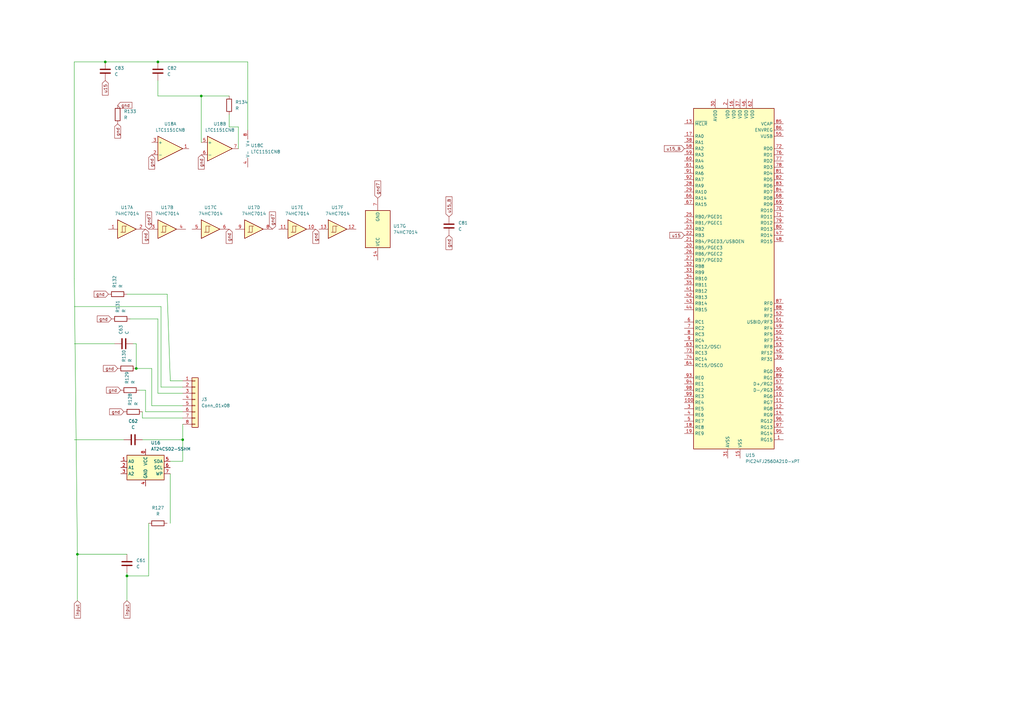
<source format=kicad_sch>
(kicad_sch (version 20231120) (generator "eeschema") (generator_version "8.0")
  (paper "A3")
  (lib_symbols
    (symbol "74xx:74HC7014"
      (property "Reference" "U" (at 0 1.27 0))
      (property "Value" "74HC7014" (at 0 -1.27 0))
      (symbol "74HC7014_1_1"
        (polyline (pts (xy -1.905 -1.27) (xy -1.905 1.27) (xy -0.635 1.27)))
        (polyline (pts (xy -3.81 3.81) (xy -3.81 -3.81) (xy 3.81 0) (xy -3.81 3.81)) (stroke (width 0.254)) (fill (type background)))
        (polyline (pts (xy -2.54 -1.27) (xy -0.635 -1.27) (xy -0.635 1.27) (xy 0 1.27)))
        (pin input line (at -7.62 0 0) (length 3.81) (name "~") (number "1"))
        (pin output line (at 7.62 0 180) (length 3.81) (name "~") (number "2"))
      )
      (symbol "74HC7014_2_1"
        (polyline (pts (xy -1.905 -1.27) (xy -1.905 1.27) (xy -0.635 1.27)))
        (polyline (pts (xy -3.81 3.81) (xy -3.81 -3.81) (xy 3.81 0) (xy -3.81 3.81)) (stroke (width 0.254)) (fill (type background)))
        (polyline (pts (xy -2.54 -1.27) (xy -0.635 -1.27) (xy -0.635 1.27) (xy 0 1.27)))
        (pin input line (at -7.62 0 0) (length 3.81) (name "~") (number "3"))
        (pin output line (at 7.62 0 180) (length 3.81) (name "~") (number "4"))
      )
      (symbol "74HC7014_3_1"
        (polyline (pts (xy -1.905 -1.27) (xy -1.905 1.27) (xy -0.635 1.27)))
        (polyline (pts (xy -3.81 3.81) (xy -3.81 -3.81) (xy 3.81 0) (xy -3.81 3.81)) (stroke (width 0.254)) (fill (type background)))
        (polyline (pts (xy -2.54 -1.27) (xy -0.635 -1.27) (xy -0.635 1.27) (xy 0 1.27)))
        (pin input line (at -7.62 0 0) (length 3.81) (name "~") (number "5"))
        (pin output line (at 7.62 0 180) (length 3.81) (name "~") (number "6"))
      )
      (symbol "74HC7014_4_1"
        (polyline (pts (xy -1.905 -1.27) (xy -1.905 1.27) (xy -0.635 1.27)))
        (polyline (pts (xy -3.81 3.81) (xy -3.81 -3.81) (xy 3.81 0) (xy -3.81 3.81)) (stroke (width 0.254)) (fill (type background)))
        (polyline (pts (xy -2.54 -1.27) (xy -0.635 -1.27) (xy -0.635 1.27) (xy 0 1.27)))
        (pin output line (at 7.62 0 180) (length 3.81) (name "~") (number "8"))
        (pin input line (at -7.62 0 0) (length 3.81) (name "~") (number "9"))
      )
      (symbol "74HC7014_5_1"
        (polyline (pts (xy -1.905 -1.27) (xy -1.905 1.27) (xy -0.635 1.27)))
        (polyline (pts (xy -3.81 3.81) (xy -3.81 -3.81) (xy 3.81 0) (xy -3.81 3.81)) (stroke (width 0.254)) (fill (type background)))
        (polyline (pts (xy -2.54 -1.27) (xy -0.635 -1.27) (xy -0.635 1.27) (xy 0 1.27)))
        (pin output line (at 7.62 0 180) (length 3.81) (name "~") (number "10"))
        (pin input line (at -7.62 0 0) (length 3.81) (name "~") (number "11"))
      )
      (symbol "74HC7014_6_1"
        (polyline (pts (xy -1.905 -1.27) (xy -1.905 1.27) (xy -0.635 1.27)))
        (polyline (pts (xy -3.81 3.81) (xy -3.81 -3.81) (xy 3.81 0) (xy -3.81 3.81)) (stroke (width 0.254)) (fill (type background)))
        (polyline (pts (xy -2.54 -1.27) (xy -0.635 -1.27) (xy -0.635 1.27) (xy 0 1.27)))
        (pin output line (at 7.62 0 180) (length 3.81) (name "~") (number "12"))
        (pin input line (at -7.62 0 0) (length 3.81) (name "~") (number "13"))
      )
      (symbol "74HC7014_7_1"
        (rectangle (start -5.08 7.62) (end 5.08 -7.62) (stroke (width 0.254)) (fill (type background)))
        (pin power_in line (at 0 12.7 270) (length 5.08) (name "VCC") (number "14"))
        (pin power_in line (at 0 -12.7 90) (length 5.08) (name "GND") (number "7"))
      )
    )
    (symbol "Amplifier_Operational:LTC1151CN8" (pin_names (offset 0.127))
      (property "Reference" "U" (at 5.08 7.62 0))
      (property "Value" "LTC1151CN8" (at 5.08 5.08 0))
      (symbol "LTC1151CN8_1_1"
        (polyline (pts (xy -5.08 5.08) (xy -5.08 -5.08) (xy 5.08 0) (xy -5.08 5.08)) (stroke (width 0.254)) (fill (type background)))
        (pin output line (at 7.62 0 180) (length 2.54) (name "~") (number "1"))
        (pin input line (at -7.62 -2.54 0) (length 2.54) (name "-") (number "2"))
        (pin input line (at -7.62 2.54 0) (length 2.54) (name "+") (number "3"))
      )
      (symbol "LTC1151CN8_2_1"
        (polyline (pts (xy -5.08 5.08) (xy -5.08 -5.08) (xy 5.08 0) (xy -5.08 5.08)) (stroke (width 0.254)) (fill (type background)))
        (pin input line (at -7.62 2.54 0) (length 2.54) (name "+") (number "5"))
        (pin input line (at -7.62 -2.54 0) (length 2.54) (name "-") (number "6"))
        (pin output line (at 7.62 0 180) (length 2.54) (name "~") (number "7"))
      )
      (symbol "LTC1151CN8_3_1"
        (pin power_in line (at -2.54 -7.62 90) (length 3.81) (name "V-") (number "4"))
        (pin power_in line (at -2.54 7.62 270) (length 3.81) (name "V+") (number "8"))
      )
    )
    (symbol "Connector_Generic:Conn_01x08" (pin_names (offset 1.016) hide)
      (property "Reference" "J" (at 0 10.16 0))
      (property "Value" "Conn_01x08" (at 0 -12.7 0))
      (symbol "Conn_01x08_1_1"
        (rectangle (start -1.27 -10.033) (end 0 -10.287) (stroke (width 0.1524)))
        (rectangle (start -1.27 -7.493) (end 0 -7.747) (stroke (width 0.1524)))
        (rectangle (start -1.27 -4.953) (end 0 -5.207) (stroke (width 0.1524)))
        (rectangle (start -1.27 -2.413) (end 0 -2.667) (stroke (width 0.1524)))
        (rectangle (start -1.27 0.127) (end 0 -0.127) (stroke (width 0.1524)))
        (rectangle (start -1.27 2.667) (end 0 2.413) (stroke (width 0.1524)))
        (rectangle (start -1.27 5.207) (end 0 4.953) (stroke (width 0.1524)))
        (rectangle (start -1.27 7.747) (end 0 7.493) (stroke (width 0.1524)))
        (rectangle (start -1.27 8.89) (end 1.27 -11.43) (stroke (width 0.254)) (fill (type background)))
        (pin passive line (at -5.08 7.62 0) (length 3.81) (name "Pin_1") (number "1"))
        (pin passive line (at -5.08 5.08 0) (length 3.81) (name "Pin_2") (number "2"))
        (pin passive line (at -5.08 2.54 0) (length 3.81) (name "Pin_3") (number "3"))
        (pin passive line (at -5.08 0 0) (length 3.81) (name "Pin_4") (number "4"))
        (pin passive line (at -5.08 -2.54 0) (length 3.81) (name "Pin_5") (number "5"))
        (pin passive line (at -5.08 -5.08 0) (length 3.81) (name "Pin_6") (number "6"))
        (pin passive line (at -5.08 -7.62 0) (length 3.81) (name "Pin_7") (number "7"))
        (pin passive line (at -5.08 -10.16 0) (length 3.81) (name "Pin_8") (number "8"))
      )
    )
    (symbol "Device:C" (pin_numbers hide) (pin_names (offset 0.254))
      (property "Reference" "C" (at 0.635 2.54 0))
      (property "Value" "C" (at 0.635 -2.54 0))
      (symbol "C_0_1"
        (polyline (pts (xy -2.032 -0.762) (xy 2.032 -0.762)) (stroke (width 0.508)))
        (polyline (pts (xy -2.032 0.762) (xy 2.032 0.762)) (stroke (width 0.508)))
      )
      (symbol "C_1_1"
        (pin passive line (at 0 3.81 270) (length 2.794) (name "~") (number "1"))
        (pin passive line (at 0 -3.81 90) (length 2.794) (name "~") (number "2"))
      )
    )
    (symbol "Device:R" (pin_numbers hide) (pin_names (offset 0))
      (property "Reference" "R" (at 2.032 0 90))
      (property "Value" "R" (at 0 0 90))
      (symbol "R_0_1"
        (rectangle (start -1.016 -2.54) (end 1.016 2.54) (stroke (width 0.254)))
      )
      (symbol "R_1_1"
        (pin passive line (at 0 3.81 270) (length 1.27) (name "~") (number "1"))
        (pin passive line (at 0 -3.81 90) (length 1.27) (name "~") (number "2"))
      )
    )
    (symbol "MCU_Microchip_PIC24:PIC24FJ256DA210-xPT"
      (property "Reference" "U" (at -16.51 71.12 0))
      (property "Value" "PIC24FJ256DA210-xPT" (at 8.89 71.12 0))
      (symbol "PIC24FJ256DA210-xPT_1_1"
        (rectangle (start -16.51 69.85) (end 16.51 -69.85) (stroke (width 0.254)) (fill (type background)))
        (pin bidirectional line (at 20.32 -66.04 180) (length 3.81) (name "RG15") (number "1"))
        (pin bidirectional line (at 20.32 -48.26 180) (length 3.81) (name "RG6") (number "10"))
        (pin bidirectional line (at -20.32 -50.8 0) (length 3.81) (name "RE4") (number "100"))
        (pin bidirectional line (at 20.32 -50.8 180) (length 3.81) (name "RG7") (number "11"))
        (pin bidirectional line (at 20.32 -53.34 180) (length 3.81) (name "RG8") (number "12"))
        (pin input line (at -20.32 63.5 0) (length 3.81) (name "~{MCLR}") (number "13"))
        (pin bidirectional line (at 20.32 -55.88 180) (length 3.81) (name "RG9") (number "14"))
        (pin power_in line (at 2.54 -73.66 90) (length 3.81) (name "VSS") (number "15"))
        (pin power_in line (at 0 73.66 270) (length 3.81) (name "VDD") (number "16"))
        (pin bidirectional line (at -20.32 58.42 0) (length 3.81) (name "RA0") (number "17"))
        (pin bidirectional line (at -20.32 -60.96 0) (length 3.81) (name "RE8") (number "18"))
        (pin bidirectional line (at -20.32 -63.5 0) (length 3.81) (name "RE9") (number "19"))
        (pin power_in line (at -2.54 73.66 270) (length 3.81) (name "VDD") (number "2"))
        (pin bidirectional line (at -20.32 12.7 0) (length 3.81) (name "RB5/PGEC3") (number "20"))
        (pin bidirectional line (at -20.32 15.24 0) (length 3.81) (name "RB4/PGED3/USBOEN") (number "21"))
        (pin bidirectional line (at -20.32 17.78 0) (length 3.81) (name "RB3") (number "22"))
        (pin bidirectional line (at -20.32 20.32 0) (length 3.81) (name "RB2") (number "23"))
        (pin bidirectional line (at -20.32 22.86 0) (length 3.81) (name "RB1/PGEC1") (number "24"))
        (pin bidirectional line (at -20.32 25.4 0) (length 3.81) (name "RB0/PGED1") (number "25"))
        (pin bidirectional line (at -20.32 10.16 0) (length 3.81) (name "RB6/PGEC2") (number "26"))
        (pin bidirectional line (at -20.32 7.62 0) (length 3.81) (name "RB7/PGED2") (number "27"))
        (pin bidirectional line (at -20.32 38.1 0) (length 3.81) (name "RA9") (number "28"))
        (pin bidirectional line (at -20.32 35.56 0) (length 3.81) (name "RA10") (number "29"))
        (pin bidirectional line (at -20.32 -53.34 0) (length 3.81) (name "RE5") (number "3"))
        (pin power_in line (at -7.62 73.66 270) (length 3.81) (name "AVDD") (number "30"))
        (pin power_in line (at -2.54 -73.66 90) (length 3.81) (name "AVSS") (number "31"))
        (pin bidirectional line (at -20.32 5.08 0) (length 3.81) (name "RB8") (number "32"))
        (pin bidirectional line (at -20.32 2.54 0) (length 3.81) (name "RB9") (number "33"))
        (pin bidirectional line (at -20.32 0 0) (length 3.81) (name "RB10") (number "34"))
        (pin bidirectional line (at -20.32 -2.54 0) (length 3.81) (name "RB11") (number "35"))
        (pin passive line (at 2.54 -73.66 90) (length 3.81) hide (name "VSS") (number "36"))
        (pin power_in line (at 2.54 73.66 270) (length 3.81) (name "VDD") (number "37"))
        (pin bidirectional line (at -20.32 55.88 0) (length 3.81) (name "RA1") (number "38"))
        (pin bidirectional line (at 20.32 -33.02 180) (length 3.81) (name "RF31") (number "39"))
        (pin bidirectional line (at -20.32 -55.88 0) (length 3.81) (name "RE6") (number "4"))
        (pin bidirectional line (at 20.32 -30.48 180) (length 3.81) (name "RF12") (number "40"))
        (pin bidirectional line (at -20.32 -5.08 0) (length 3.81) (name "RB12") (number "41"))
        (pin bidirectional line (at -20.32 -7.62 0) (length 3.81) (name "RB13") (number "42"))
        (pin bidirectional line (at -20.32 -10.16 0) (length 3.81) (name "RB14") (number "43"))
        (pin bidirectional line (at -20.32 -12.7 0) (length 3.81) (name "RB15") (number "44"))
        (pin passive line (at 2.54 -73.66 90) (length 3.81) hide (name "VSS") (number "45"))
        (pin power_in line (at 5.08 73.66 270) (length 3.81) (name "VDD") (number "46"))
        (pin bidirectional line (at 20.32 17.78 180) (length 3.81) (name "RD14") (number "47"))
        (pin bidirectional line (at 20.32 15.24 180) (length 3.81) (name "RD15") (number "48"))
        (pin bidirectional line (at 20.32 -20.32 180) (length 3.81) (name "RF4") (number "49"))
        (pin bidirectional line (at -20.32 -58.42 0) (length 3.81) (name "RE7") (number "5"))
        (pin bidirectional line (at 20.32 -22.86 180) (length 3.81) (name "RF5") (number "50"))
        (pin bidirectional line (at 20.32 -17.78 180) (length 3.81) (name "USBID/RF3") (number "51"))
        (pin bidirectional line (at 20.32 -15.24 180) (length 3.81) (name "RF2") (number "52"))
        (pin bidirectional line (at 20.32 -27.94 180) (length 3.81) (name "RF8") (number "53"))
        (pin bidirectional line (at 20.32 -25.4 180) (length 3.81) (name "RF7") (number "54"))
        (pin bidirectional line (at 20.32 58.42 180) (length 3.81) (name "VUSB") (number "55"))
        (pin bidirectional line (at 20.32 -45.72 180) (length 3.81) (name "D-/RG3") (number "56"))
        (pin bidirectional line (at 20.32 -43.18 180) (length 3.81) (name "D+/RG2") (number "57"))
        (pin bidirectional line (at -20.32 53.34 0) (length 3.81) (name "RA2") (number "58"))
        (pin bidirectional line (at -20.32 50.8 0) (length 3.81) (name "RA3") (number "59"))
        (pin bidirectional line (at -20.32 -17.78 0) (length 3.81) (name "RC1") (number "6"))
        (pin bidirectional line (at -20.32 48.26 0) (length 3.81) (name "RA4") (number "60"))
        (pin bidirectional line (at -20.32 45.72 0) (length 3.81) (name "RA5") (number "61"))
        (pin power_in line (at 7.62 73.66 270) (length 3.81) (name "VDD") (number "62"))
        (pin bidirectional line (at -20.32 -27.94 0) (length 3.81) (name "RC12/OSCI") (number "63"))
        (pin bidirectional line (at -20.32 -35.56 0) (length 3.81) (name "RC15/OSCO") (number "64"))
        (pin passive line (at 2.54 -73.66 90) (length 3.81) hide (name "VSS") (number "65"))
        (pin bidirectional line (at -20.32 33.02 0) (length 3.81) (name "RA14") (number "66"))
        (pin bidirectional line (at -20.32 30.48 0) (length 3.81) (name "RA15") (number "67"))
        (pin bidirectional line (at 20.32 33.02 180) (length 3.81) (name "RD8") (number "68"))
        (pin bidirectional line (at 20.32 30.48 180) (length 3.81) (name "RD9") (number "69"))
        (pin bidirectional line (at -20.32 -20.32 0) (length 3.81) (name "RC2") (number "7"))
        (pin bidirectional line (at 20.32 27.94 180) (length 3.81) (name "RD10") (number "70"))
        (pin bidirectional line (at 20.32 25.4 180) (length 3.81) (name "RD11") (number "71"))
        (pin bidirectional line (at 20.32 53.34 180) (length 3.81) (name "RD0") (number "72"))
        (pin bidirectional line (at -20.32 -30.48 0) (length 3.81) (name "RC13") (number "73"))
        (pin bidirectional line (at -20.32 -33.02 0) (length 3.81) (name "RC14") (number "74"))
        (pin passive line (at 2.54 -73.66 90) (length 3.81) hide (name "VSS") (number "75"))
        (pin bidirectional line (at 20.32 50.8 180) (length 3.81) (name "RD1") (number "76"))
        (pin bidirectional line (at 20.32 48.26 180) (length 3.81) (name "RD2") (number "77"))
        (pin bidirectional line (at 20.32 45.72 180) (length 3.81) (name "RD3") (number "78"))
        (pin bidirectional line (at 20.32 22.86 180) (length 3.81) (name "RD12") (number "79"))
        (pin bidirectional line (at -20.32 -22.86 0) (length 3.81) (name "RC3") (number "8"))
        (pin bidirectional line (at 20.32 20.32 180) (length 3.81) (name "RD13") (number "80"))
        (pin bidirectional line (at 20.32 43.18 180) (length 3.81) (name "RD4") (number "81"))
        (pin bidirectional line (at 20.32 40.64 180) (length 3.81) (name "RD5") (number "82"))
        (pin bidirectional line (at 20.32 38.1 180) (length 3.81) (name "RD6") (number "83"))
        (pin bidirectional line (at 20.32 35.56 180) (length 3.81) (name "RD7") (number "84"))
        (pin passive line (at 20.32 63.5 180) (length 3.81) (name "VCAP") (number "85"))
        (pin input line (at 20.32 60.96 180) (length 3.81) (name "ENVREG") (number "86"))
        (pin bidirectional line (at 20.32 -10.16 180) (length 3.81) (name "RF0") (number "87"))
        (pin bidirectional line (at 20.32 -12.7 180) (length 3.81) (name "RF1") (number "88"))
        (pin bidirectional line (at 20.32 -40.64 180) (length 3.81) (name "RG1") (number "89"))
        (pin bidirectional line (at -20.32 -25.4 0) (length 3.81) (name "RC4") (number "9"))
        (pin bidirectional line (at 20.32 -38.1 180) (length 3.81) (name "RG0") (number "90"))
        (pin bidirectional line (at -20.32 43.18 0) (length 3.81) (name "RA6") (number "91"))
        (pin bidirectional line (at -20.32 40.64 0) (length 3.81) (name "RA7") (number "92"))
        (pin bidirectional line (at -20.32 -40.64 0) (length 3.81) (name "RE0") (number "93"))
        (pin bidirectional line (at -20.32 -43.18 0) (length 3.81) (name "RE1") (number "94"))
        (pin bidirectional line (at 20.32 -63.5 180) (length 3.81) (name "RG14") (number "95"))
        (pin bidirectional line (at 20.32 -58.42 180) (length 3.81) (name "RG12") (number "96"))
        (pin bidirectional line (at 20.32 -60.96 180) (length 3.81) (name "RG13") (number "97"))
        (pin bidirectional line (at -20.32 -45.72 0) (length 3.81) (name "RE2") (number "98"))
        (pin bidirectional line (at -20.32 -48.26 0) (length 3.81) (name "RE3") (number "99"))
      )
    )
    (symbol "Memory_EEPROM:AT24CS02-SSHM"
      (property "Reference" "U" (at -7.62 6.35 0))
      (property "Value" "AT24CS02-SSHM" (at 2.54 -6.35 0))
      (symbol "AT24CS02-SSHM_1_1"
        (rectangle (start -7.62 5.08) (end 7.62 -5.08) (stroke (width 0.254)) (fill (type background)))
        (pin input line (at -10.16 2.54 0) (length 2.54) (name "A0") (number "1"))
        (pin input line (at -10.16 0 0) (length 2.54) (name "A1") (number "2"))
        (pin input line (at -10.16 -2.54 0) (length 2.54) (name "A2") (number "3"))
        (pin power_in line (at 0 -7.62 90) (length 2.54) (name "GND") (number "4"))
        (pin bidirectional line (at 10.16 2.54 180) (length 2.54) (name "SDA") (number "5"))
        (pin input line (at 10.16 0 180) (length 2.54) (name "SCL") (number "6"))
        (pin input line (at 10.16 -2.54 180) (length 2.54) (name "WP") (number "7"))
        (pin power_in line (at 0 7.62 270) (length 2.54) (name "VCC") (number "8"))
      )
    )
  )
  (junction (at 43.18 25.4))
  (junction (at 31.75 227.33))
  (junction (at 55.88 151.13))
  (junction (at 82.55 39.37))
  (junction (at 64.77 25.4))
  (junction (at 52.07 236.22))
  (junction (at 74.93 180.34))
  (wire (pts (xy 74.93 180.34) (xy 74.93 173.99)))
  (wire (pts (xy 52.07 236.22) (xy 60.96 236.22)))
  (wire (pts (xy 53.34 130.81) (xy 64.77 130.81)))
  (wire (pts (xy 52.07 236.22) (xy 52.07 234.95)))
  (wire (pts (xy 74.93 161.29) (xy 64.77 161.29)))
  (wire (pts (xy 30.48 125.73) (xy 66.04 125.73)))
  (wire (pts (xy 58.42 180.34) (xy 74.93 180.34)))
  (wire (pts (xy 93.98 46.99) (xy 93.98 52.07)))
  (wire (pts (xy 64.77 161.29) (xy 64.77 130.81)))
  (wire (pts (xy 74.93 189.23) (xy 74.93 180.34)))
  (wire (pts (xy 93.98 52.07) (xy 97.79 52.07)))
  (wire (pts (xy 74.93 156.21) (xy 69.85 156.21)))
  (wire (pts (xy 64.77 33.02) (xy 64.77 39.37)))
  (wire (pts (xy 74.93 166.37) (xy 62.23 166.37)))
  (wire (pts (xy 52.07 120.65) (xy 68.58 120.65)))
  (wire (pts (xy 64.77 25.4) (xy 43.18 25.4)))
  (wire (pts (xy 62.23 151.13) (xy 55.88 151.13)))
  (wire (pts (xy 30.48 180.34) (xy 50.8 180.34)))
  (wire (pts (xy 69.85 156.21) (xy 68.58 120.65)))
  (wire (pts (xy 93.98 39.37) (xy 82.55 39.37)))
  (wire (pts (xy 55.88 151.13) (xy 55.88 140.97)))
  (wire (pts (xy 97.79 52.07) (xy 97.79 60.96)))
  (wire (pts (xy 30.48 114.3) (xy 30.48 25.4)))
  (wire (pts (xy 52.07 227.33) (xy 31.75 227.33)))
  (wire (pts (xy 82.55 58.42) (xy 82.55 39.37)))
  (wire (pts (xy 59.69 160.02) (xy 57.15 160.02)))
  (wire (pts (xy 31.75 227.33) (xy 31.75 246.38)))
  (wire (pts (xy 30.48 140.97) (xy 46.99 140.97)))
  (wire (pts (xy 52.07 246.38) (xy 52.07 236.22)))
  (wire (pts (xy 55.88 140.97) (xy 54.61 140.97)))
  (wire (pts (xy 66.04 158.75) (xy 74.93 158.75)))
  (wire (pts (xy 82.55 39.37) (xy 64.77 39.37)))
  (wire (pts (xy 69.85 189.23) (xy 74.93 189.23)))
  (wire (pts (xy 74.93 168.91) (xy 59.69 168.91)))
  (wire (pts (xy 62.23 166.37) (xy 62.23 151.13)))
  (wire (pts (xy 59.69 168.91) (xy 59.69 160.02)))
  (wire (pts (xy 101.6 25.4) (xy 101.6 53.34)))
  (wire (pts (xy 30.48 114.3) (xy 31.75 227.33)))
  (wire (pts (xy 60.96 236.22) (xy 60.96 214.63)))
  (wire (pts (xy 69.85 214.63) (xy 69.85 194.31)))
  (wire (pts (xy 58.42 171.45) (xy 58.42 168.91)))
  (wire (pts (xy 64.77 25.4) (xy 101.6 25.4)))
  (wire (pts (xy 43.18 25.4) (xy 30.48 25.4)))
  (wire (pts (xy 66.04 125.73) (xy 66.04 158.75)))
  (wire (pts (xy 74.93 171.45) (xy 58.42 171.45)))
  (global_label "gnd" (shape input) (at 62.23 63.5 270) (property "Intersheetrefs" "${INTERSHEET_REFS}" (effects (hide yes))))
  (global_label "gnd" (shape input) (at 44.45 120.65 180) (property "Intersheetrefs" "${INTERSHEET_REFS}" (effects (hide yes))))
  (global_label "gnd" (shape input) (at 49.53 160.02 180) (property "Intersheetrefs" "${INTERSHEET_REFS}" (effects (hide yes))))
  (global_label "u15_B" (shape input) (at 184.15 88.9 90) (property "Intersheetrefs" "${INTERSHEET_REFS}" (effects (hide yes))))
  (global_label "gnd" (shape input) (at 82.55 63.5 270) (property "Intersheetrefs" "${INTERSHEET_REFS}" (effects (hide yes))))
  (global_label "u15" (shape input) (at 280.67 96.52 180) (property "Intersheetrefs" "${INTERSHEET_REFS}" (effects (hide yes))))
  (global_label "gnd7" (shape input) (at 154.94 81.28 90) (property "Intersheetrefs" "${INTERSHEET_REFS}" (effects (hide yes))))
  (global_label "gnd" (shape input) (at 50.8 168.91 180) (property "Intersheetrefs" "${INTERSHEET_REFS}" (effects (hide yes))))
  (global_label "gnd" (shape input) (at 59.69 93.98 270) (property "Intersheetrefs" "${INTERSHEET_REFS}" (effects (hide yes))))
  (global_label "gnd7" (shape input) (at 60.96 93.98 90) (property "Intersheetrefs" "${INTERSHEET_REFS}" (effects (hide yes))))
  (global_label "gnd" (shape input) (at 129.54 93.98 270) (property "Intersheetrefs" "${INTERSHEET_REFS}" (effects (hide yes))))
  (global_label "gnd" (shape input) (at 48.26 151.13 180) (property "Intersheetrefs" "${INTERSHEET_REFS}" (effects (hide yes))))
  (global_label "u15_B" (shape input) (at 280.67 60.96 180) (property "Intersheetrefs" "${INTERSHEET_REFS}" (effects (hide yes))))
  (global_label "gnd" (shape input) (at 93.98 93.98 270) (property "Intersheetrefs" "${INTERSHEET_REFS}" (effects (hide yes))))
  (global_label "gnd" (shape input) (at 45.72 130.81 180) (property "Intersheetrefs" "${INTERSHEET_REFS}" (effects (hide yes))))
  (global_label "u15" (shape input) (at 43.18 33.02 270) (property "Intersheetrefs" "${INTERSHEET_REFS}" (effects (hide yes))))
  (global_label "gnd" (shape input) (at 184.15 96.52 270) (property "Intersheetrefs" "${INTERSHEET_REFS}" (effects (hide yes))))
  (global_label "gnd" (shape input) (at 48.26 43.18 0) (property "Intersheetrefs" "${INTERSHEET_REFS}" (effects (hide yes))))
  (global_label "input" (shape input) (at 31.75 246.38 270) (property "Intersheetrefs" "${INTERSHEET_REFS}" (effects (hide yes))))
  (global_label "gnd" (shape input) (at 48.26 50.8 270) (property "Intersheetrefs" "${INTERSHEET_REFS}" (effects (hide yes))))
  (global_label "input" (shape input) (at 52.07 246.38 270) (property "Intersheetrefs" "${INTERSHEET_REFS}" (effects (hide yes))))
  (global_label "gnd7" (shape input) (at 111.76 93.98 90) (property "Intersheetrefs" "${INTERSHEET_REFS}" (effects (hide yes))))
  (symbol (lib_id "74xx:74HC7014") (at 154.94 93.98 180) (unit 7)
    (property "Reference" "U17" (at 161.29 92.7099 0) (effects (justify right)))
    (property "Value" "74HC7014" (at 161.29 95.2499 0) (effects (justify right)))
    (property "Footprint" "Package_SO:SOIC-14_3.9x8.7mm_P1.27mm" (effects (hide yes)))
    (property "Datasheet" "https://assets.nexperia.com/documents/data-sheet/74HC7014.pdf" (effects (hide yes)))
    (property "Description" "Hex non-inverting buffer with precision Schmitt Trigger inputs, SOIC-14" (effects (hide yes)))
  )
  (symbol (lib_id "Device:R") (at 49.53 130.81 90) (unit 1)
    (property "Reference" "R131" (at 48.2599 128.27 0) (effects (justify left)))
    (property "Value" "R" (at 50.7999 128.27 0) (effects (justify left)))
    (property "Description" "Resistor" (effects (hide yes)))
  )
  (symbol (lib_id "Amplifier_Operational:LTC1151CN8") (at 104.14 60.96 0) (unit 3)
    (property "Reference" "U18" (at 102.87 59.6899 0) (effects (justify left)))
    (property "Value" "LTC1151CN8" (at 102.87 62.2299 0) (effects (justify left)))
    (property "Footprint" "Package_DIP:DIP-8_W7.62mm" (effects (hide yes)))
    (property "Datasheet" "https://www.analog.com/media/en/technical-documentation/data-sheets/1151fa.pdf" (effects (hide yes)))
    (property "Description" "Dual ±15V, Zero-Drift, Operational Amplifier, DIP-8" (effects (hide yes)))
  )
  (symbol (lib_id "Amplifier_Operational:LTC1151CN8") (at 90.17 60.96 0) (unit 2)
    (property "Reference" "U18" (at 90.17 50.8 0))
    (property "Value" "LTC1151CN8" (at 90.17 53.34 0))
    (property "Footprint" "Package_DIP:DIP-8_W7.62mm" (effects (hide yes)))
    (property "Datasheet" "https://www.analog.com/media/en/technical-documentation/data-sheets/1151fa.pdf" (effects (hide yes)))
    (property "Description" "Dual ±15V, Zero-Drift, Operational Amplifier, DIP-8" (effects (hide yes)))
  )
  (symbol (lib_id "74xx:74HC7014") (at 86.36 93.98 0) (unit 3)
    (property "Reference" "U17" (at 86.36 85.09 0))
    (property "Value" "74HC7014" (at 86.36 87.63 0))
    (property "Footprint" "Package_SO:SOIC-14_3.9x8.7mm_P1.27mm" (effects (hide yes)))
    (property "Datasheet" "https://assets.nexperia.com/documents/data-sheet/74HC7014.pdf" (effects (hide yes)))
    (property "Description" "Hex non-inverting buffer with precision Schmitt Trigger inputs, SOIC-14" (effects (hide yes)))
  )
  (symbol (lib_id "Memory_EEPROM:AT24CS02-SSHM") (at 59.69 191.77 0) (unit 1)
    (property "Reference" "U16" (at 61.8841 181.61 0) (effects (justify left)))
    (property "Value" "AT24CS02-SSHM" (at 61.8841 184.15 0) (effects (justify left)))
    (property "Footprint" "Package_SO:SOIC-8_3.9x4.9mm_P1.27mm" (effects (hide yes)))
    (property "Datasheet" "http://ww1.microchip.com/downloads/en/DeviceDoc/Atmel-8815-SEEPROM-AT24CS01-02-Datasheet.pdf" (effects (hide yes)))
    (property "Description" "I2C Serial EEPROM, 2Kb (256x8) with Unique Serial Number, SO8" (effects (hide yes)))
  )
  (symbol (lib_id "Device:R") (at 48.26 120.65 90) (unit 1)
    (property "Reference" "R132" (at 46.9899 118.11 0) (effects (justify left)))
    (property "Value" "R" (at 49.5299 118.11 0) (effects (justify left)))
    (property "Description" "Resistor" (effects (hide yes)))
  )
  (symbol (lib_id "Device:R") (at 93.98 43.18 0) (unit 1)
    (property "Reference" "R134" (at 96.52 41.9099 0) (effects (justify left)))
    (property "Value" "R" (at 96.52 44.4499 0) (effects (justify left)))
    (property "Description" "Resistor" (effects (hide yes)))
  )
  (symbol (lib_id "Device:C") (at 64.77 29.21 0) (unit 1)
    (property "Reference" "C82" (at 68.58 27.9399 0) (effects (justify left)))
    (property "Value" "C" (at 68.58 30.4799 0) (effects (justify left)))
    (property "Description" "Unpolarized capacitor" (effects (hide yes)))
  )
  (symbol (lib_id "Connector_Generic:Conn_01x08") (at 80.01 163.83 0) (unit 1)
    (property "Reference" "J3" (at 82.55 163.8299 0) (effects (justify left)))
    (property "Value" "Conn_01x08" (at 82.55 166.3699 0) (effects (justify left)))
    (property "Description" "Generic connector, single row, 01x08, script generated (kicad-library-utils/schlib/autogen/connector/)" (effects (hide yes)))
  )
  (symbol (lib_id "Device:R") (at 48.26 46.99 0) (unit 1)
    (property "Reference" "R133" (at 50.8 45.7199 0) (effects (justify left)))
    (property "Value" "R" (at 50.8 48.2599 0) (effects (justify left)))
    (property "Description" "Resistor" (effects (hide yes)))
  )
  (symbol (lib_id "MCU_Microchip_PIC24:PIC24FJ256DA210-xPT") (at 300.99 114.3 0) (unit 1)
    (property "Reference" "U15" (at 305.7241 186.69 0) (effects (justify left)))
    (property "Value" "PIC24FJ256DA210-xPT" (at 305.7241 189.23 0) (effects (justify left)))
    (property "Footprint" "Package_QFP:TQFP-100_12x12mm_P0.4mm" (effects (hide yes)))
    (property "Datasheet" "http://ww1.microchip.com/downloads/en/DeviceDoc/39969b.pdf" (effects (hide yes)))
    (property "Description" "256K Flash, 96KB SRAM, Graphic controller, USB, TQFP-100" (effects (hide yes)))
  )
  (symbol (lib_id "Device:C") (at 50.8 140.97 90) (unit 1)
    (property "Reference" "C63" (at 49.5299 137.16 0) (effects (justify left)))
    (property "Value" "C" (at 52.0699 137.16 0) (effects (justify left)))
    (property "Description" "Unpolarized capacitor" (effects (hide yes)))
  )
  (symbol (lib_id "Device:R") (at 54.61 168.91 90) (unit 1)
    (property "Reference" "R128" (at 53.3399 166.37 0) (effects (justify left)))
    (property "Value" "R" (at 55.8799 166.37 0) (effects (justify left)))
    (property "Description" "Resistor" (effects (hide yes)))
  )
  (symbol (lib_id "74xx:74HC7014") (at 138.43 93.98 0) (unit 6)
    (property "Reference" "U17" (at 138.43 85.09 0))
    (property "Value" "74HC7014" (at 138.43 87.63 0))
    (property "Footprint" "Package_SO:SOIC-14_3.9x8.7mm_P1.27mm" (effects (hide yes)))
    (property "Datasheet" "https://assets.nexperia.com/documents/data-sheet/74HC7014.pdf" (effects (hide yes)))
    (property "Description" "Hex non-inverting buffer with precision Schmitt Trigger inputs, SOIC-14" (effects (hide yes)))
  )
  (symbol (lib_id "Device:R") (at 64.77 214.63 90) (unit 1)
    (property "Reference" "R127" (at 64.77 208.28 90))
    (property "Value" "R" (at 64.77 210.82 90))
    (property "Description" "Resistor" (effects (hide yes)))
  )
  (symbol (lib_id "74xx:74HC7014") (at 52.07 93.98 0) (unit 1)
    (property "Reference" "U17" (at 52.07 85.09 0))
    (property "Value" "74HC7014" (at 52.07 87.63 0))
    (property "Footprint" "Package_SO:SOIC-14_3.9x8.7mm_P1.27mm" (effects (hide yes)))
    (property "Datasheet" "https://assets.nexperia.com/documents/data-sheet/74HC7014.pdf" (effects (hide yes)))
    (property "Description" "Hex non-inverting buffer with precision Schmitt Trigger inputs, SOIC-14" (effects (hide yes)))
  )
  (symbol (lib_id "74xx:74HC7014") (at 121.92 93.98 0) (unit 5)
    (property "Reference" "U17" (at 121.92 85.09 0))
    (property "Value" "74HC7014" (at 121.92 87.63 0))
    (property "Footprint" "Package_SO:SOIC-14_3.9x8.7mm_P1.27mm" (effects (hide yes)))
    (property "Datasheet" "https://assets.nexperia.com/documents/data-sheet/74HC7014.pdf" (effects (hide yes)))
    (property "Description" "Hex non-inverting buffer with precision Schmitt Trigger inputs, SOIC-14" (effects (hide yes)))
  )
  (symbol (lib_id "74xx:74HC7014") (at 68.58 93.98 0) (unit 2)
    (property "Reference" "U17" (at 68.58 85.09 0))
    (property "Value" "74HC7014" (at 68.58 87.63 0))
    (property "Footprint" "Package_SO:SOIC-14_3.9x8.7mm_P1.27mm" (effects (hide yes)))
    (property "Datasheet" "https://assets.nexperia.com/documents/data-sheet/74HC7014.pdf" (effects (hide yes)))
    (property "Description" "Hex non-inverting buffer with precision Schmitt Trigger inputs, SOIC-14" (effects (hide yes)))
  )
  (symbol (lib_id "Device:C") (at 43.18 29.21 0) (unit 1)
    (property "Reference" "C83" (at 46.99 27.9399 0) (effects (justify left)))
    (property "Value" "C" (at 46.99 30.4799 0) (effects (justify left)))
    (property "Description" "Unpolarized capacitor" (effects (hide yes)))
  )
  (symbol (lib_id "Amplifier_Operational:LTC1151CN8") (at 69.85 60.96 0) (unit 1)
    (property "Reference" "U18" (at 69.85 50.8 0))
    (property "Value" "LTC1151CN8" (at 69.85 53.34 0))
    (property "Footprint" "Package_DIP:DIP-8_W7.62mm" (effects (hide yes)))
    (property "Datasheet" "https://www.analog.com/media/en/technical-documentation/data-sheets/1151fa.pdf" (effects (hide yes)))
    (property "Description" "Dual ±15V, Zero-Drift, Operational Amplifier, DIP-8" (effects (hide yes)))
  )
  (symbol (lib_id "Device:C") (at 52.07 231.14 0) (unit 1)
    (property "Reference" "C61" (at 55.88 229.8699 0) (effects (justify left)))
    (property "Value" "C" (at 55.88 232.4099 0) (effects (justify left)))
    (property "Description" "Unpolarized capacitor" (effects (hide yes)))
  )
  (symbol (lib_id "Device:C") (at 54.61 180.34 90) (unit 1)
    (property "Reference" "C62" (at 54.61 172.72 90))
    (property "Value" "C" (at 54.61 175.26 90))
    (property "Description" "Unpolarized capacitor" (effects (hide yes)))
  )
  (symbol (lib_id "Device:R") (at 53.34 160.02 90) (unit 1)
    (property "Reference" "R129" (at 52.0699 157.48 0) (effects (justify left)))
    (property "Value" "R" (at 54.6099 157.48 0) (effects (justify left)))
    (property "Description" "Resistor" (effects (hide yes)))
  )
  (symbol (lib_id "Device:C") (at 184.15 92.71 0) (unit 1)
    (property "Reference" "C81" (at 187.96 91.4399 0) (effects (justify left)))
    (property "Value" "C" (at 187.96 93.9799 0) (effects (justify left)))
    (property "Description" "Unpolarized capacitor" (effects (hide yes)))
  )
  (symbol (lib_id "Device:R") (at 52.07 151.13 90) (unit 1)
    (property "Reference" "R130" (at 50.7999 148.59 0) (effects (justify left)))
    (property "Value" "R" (at 53.3399 148.59 0) (effects (justify left)))
    (property "Description" "Resistor" (effects (hide yes)))
  )
  (symbol (lib_id "74xx:74HC7014") (at 104.14 93.98 0) (unit 4)
    (property "Reference" "U17" (at 104.14 85.09 0))
    (property "Value" "74HC7014" (at 104.14 87.63 0))
    (property "Footprint" "Package_SO:SOIC-14_3.9x8.7mm_P1.27mm" (effects (hide yes)))
    (property "Datasheet" "https://assets.nexperia.com/documents/data-sheet/74HC7014.pdf" (effects (hide yes)))
    (property "Description" "Hex non-inverting buffer with precision Schmitt Trigger inputs, SOIC-14" (effects (hide yes)))
  )
)
</source>
